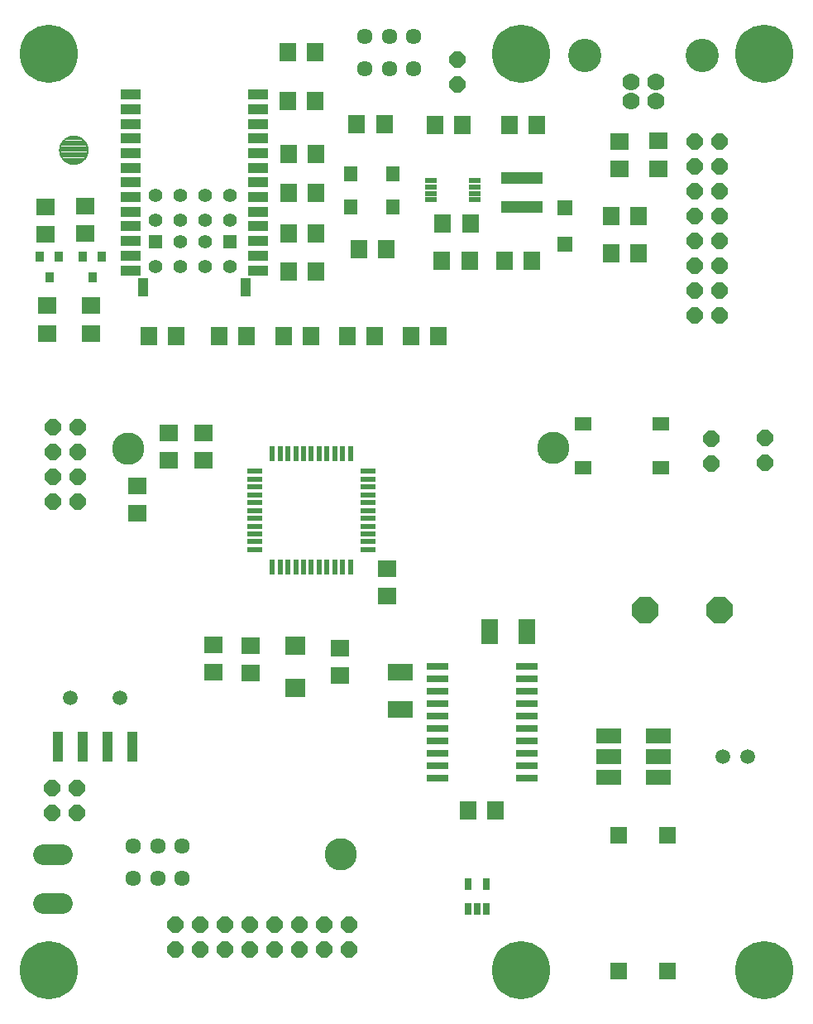
<source format=gts>
G75*
%MOIN*%
%OFA0B0*%
%FSLAX24Y24*%
%IPPOS*%
%LPD*%
%AMOC8*
5,1,8,0,0,1.08239X$1,22.5*
%
%ADD10C,0.1300*%
%ADD11R,0.0257X0.0512*%
%ADD12R,0.0650X0.0552*%
%ADD13OC8,0.0640*%
%ADD14R,0.0749X0.0670*%
%ADD15R,0.0840X0.0740*%
%ADD16R,0.0750X0.0670*%
%ADD17R,0.0670X0.0749*%
%ADD18R,0.0906X0.0276*%
%ADD19R,0.0670X0.0750*%
%ADD20R,0.0650X0.0670*%
%ADD21R,0.0709X0.1024*%
%ADD22R,0.1024X0.0709*%
%ADD23OC8,0.1040*%
%ADD24C,0.0700*%
%ADD25C,0.1340*%
%ADD26C,0.2340*%
%ADD27C,0.0634*%
%ADD28C,0.0080*%
%ADD29R,0.1040X0.0631*%
%ADD30C,0.0591*%
%ADD31R,0.0434X0.1221*%
%ADD32C,0.0820*%
%ADD33R,0.0355X0.0394*%
%ADD34R,0.0555X0.0555*%
%ADD35C,0.0555*%
%ADD36R,0.0473X0.0197*%
%ADD37R,0.0540X0.0619*%
%ADD38R,0.1650X0.0490*%
%ADD39R,0.0827X0.0434*%
%ADD40R,0.0434X0.0749*%
%ADD41R,0.0631X0.0237*%
%ADD42R,0.0237X0.0631*%
%ADD43R,0.0591X0.0591*%
D10*
X013572Y006485D03*
X005028Y022824D03*
X022154Y022863D03*
D11*
X019465Y005296D03*
X018717Y005296D03*
X018717Y004272D03*
X019091Y004272D03*
X019465Y004272D03*
D12*
X023337Y022036D03*
X023337Y023808D03*
X026467Y023808D03*
X026467Y022036D03*
D13*
X028532Y022206D03*
X028532Y023206D03*
X030698Y023245D03*
X030698Y022245D03*
X028835Y028170D03*
X028835Y029170D03*
X027835Y029170D03*
X027835Y028170D03*
X027835Y030170D03*
X027835Y031170D03*
X027835Y032170D03*
X027835Y033170D03*
X027835Y034170D03*
X027835Y035170D03*
X028835Y035170D03*
X028835Y034170D03*
X028835Y033170D03*
X028835Y032170D03*
X028835Y031170D03*
X028835Y030170D03*
X018296Y037481D03*
X018296Y038481D03*
X002969Y023678D03*
X001969Y023678D03*
X001969Y022678D03*
X001969Y021678D03*
X001969Y020678D03*
X002969Y020678D03*
X002969Y021678D03*
X002969Y022678D03*
X002942Y009150D03*
X002942Y008150D03*
X001957Y008150D03*
X001957Y009150D03*
X006922Y003639D03*
X006922Y002639D03*
X007922Y002639D03*
X007922Y003639D03*
X008922Y003639D03*
X008922Y002639D03*
X009922Y002639D03*
X009922Y003639D03*
X010922Y003639D03*
X010922Y002639D03*
X011922Y002639D03*
X011922Y003639D03*
X012922Y003639D03*
X012922Y002639D03*
X013922Y002639D03*
X013922Y003639D03*
D14*
X013560Y013690D03*
X013560Y014792D03*
X015461Y016879D03*
X015461Y017981D03*
X009938Y014867D03*
X009938Y013765D03*
X008454Y013808D03*
X008454Y014910D03*
X005383Y020217D03*
X005383Y021320D03*
D15*
X011749Y014882D03*
X011749Y013182D03*
D16*
X008060Y022343D03*
X008060Y023462D03*
X006643Y023462D03*
X006643Y022343D03*
X003532Y027461D03*
X003532Y028580D03*
X001761Y028580D03*
X001761Y027461D03*
X001682Y031437D03*
X001682Y032557D03*
X003296Y032596D03*
X003296Y031476D03*
X024812Y034079D03*
X024812Y035198D03*
X026387Y035206D03*
X026387Y034087D03*
D17*
X018800Y031872D03*
X017698Y031872D03*
X017666Y030383D03*
X018769Y030383D03*
X017509Y027351D03*
X016406Y027351D03*
X014950Y027351D03*
X013847Y027351D03*
X012391Y027351D03*
X011288Y027351D03*
X009792Y027351D03*
X008690Y027351D03*
X006957Y027351D03*
X005855Y027351D03*
X011485Y031485D03*
X012587Y031485D03*
X012587Y033099D03*
X011485Y033099D03*
X017391Y035855D03*
X018493Y035855D03*
X018729Y008257D03*
X019831Y008257D03*
D18*
X021091Y009550D03*
X021091Y010050D03*
X021091Y010550D03*
X021091Y011050D03*
X021091Y011550D03*
X021091Y012050D03*
X021091Y012550D03*
X021091Y013050D03*
X021091Y013550D03*
X021091Y014050D03*
X017469Y014050D03*
X017469Y013550D03*
X017469Y013050D03*
X017469Y012550D03*
X017469Y012050D03*
X017469Y011550D03*
X017469Y011050D03*
X017469Y010550D03*
X017469Y010050D03*
X017469Y009550D03*
D19*
X012596Y029950D03*
X011476Y029950D03*
X014311Y030855D03*
X015431Y030855D03*
X012596Y034674D03*
X011476Y034674D03*
X011437Y036800D03*
X012557Y036800D03*
X014232Y035894D03*
X015352Y035894D03*
X012557Y038769D03*
X011437Y038769D03*
X020374Y035855D03*
X021494Y035855D03*
X024469Y032194D03*
X025588Y032194D03*
X025588Y030698D03*
X024469Y030698D03*
X021297Y030383D03*
X020177Y030383D03*
D20*
X024792Y007263D03*
X026761Y007263D03*
X026761Y001770D03*
X024792Y001770D03*
D21*
X021091Y015461D03*
X019595Y015461D03*
D22*
X015973Y013808D03*
X015973Y012312D03*
D23*
X025851Y016328D03*
X028851Y016328D03*
D24*
X026269Y036807D03*
X026269Y037587D03*
X025284Y037587D03*
X025284Y036807D03*
D25*
X023406Y038657D03*
X028146Y038657D03*
D26*
X001800Y001800D03*
X020855Y001800D03*
X030658Y001800D03*
X030658Y038729D03*
X020855Y038729D03*
X001800Y038729D03*
D27*
X014556Y038119D03*
X015540Y038119D03*
X016524Y038119D03*
X016524Y039418D03*
X015540Y039419D03*
X014556Y039418D03*
X007194Y006820D03*
X006209Y006820D03*
X005225Y006820D03*
X005225Y005520D03*
X006209Y005520D03*
X007194Y005520D03*
D28*
X002921Y034278D02*
X002824Y034269D01*
X002726Y034278D01*
X002631Y034303D01*
X002542Y034344D01*
X002462Y034401D01*
X002393Y034470D01*
X002336Y034550D01*
X002295Y034639D01*
X002270Y034734D01*
X002261Y034831D01*
X002270Y034929D01*
X002295Y035024D01*
X002336Y035113D01*
X002393Y035193D01*
X002462Y035262D01*
X002542Y035319D01*
X002631Y035360D01*
X002726Y035385D01*
X002824Y035394D01*
X002921Y035385D01*
X003016Y035360D01*
X003105Y035319D01*
X003185Y035262D01*
X003255Y035193D01*
X003311Y035113D01*
X003352Y035024D01*
X003378Y034929D01*
X003386Y034831D01*
X003378Y034734D01*
X003352Y034639D01*
X003311Y034550D01*
X003255Y034470D01*
X003185Y034401D01*
X003105Y034344D01*
X003016Y034303D01*
X002921Y034278D01*
X003084Y034335D02*
X002563Y034335D01*
X002450Y034413D02*
X003198Y034413D01*
X003270Y034492D02*
X002378Y034492D01*
X002327Y034570D02*
X003320Y034570D01*
X003355Y034649D02*
X002292Y034649D01*
X002271Y034727D02*
X003376Y034727D01*
X003384Y034806D02*
X002263Y034806D01*
X002266Y034884D02*
X003382Y034884D01*
X003369Y034963D02*
X002279Y034963D01*
X002303Y035041D02*
X003344Y035041D01*
X003306Y035120D02*
X002341Y035120D01*
X002398Y035198D02*
X003249Y035198D01*
X003165Y035277D02*
X002482Y035277D01*
X002621Y035355D02*
X003027Y035355D01*
D29*
X024398Y011249D03*
X024398Y010422D03*
X024398Y009595D03*
X026367Y009595D03*
X026367Y010422D03*
X026367Y011249D03*
D30*
X028977Y010422D03*
X029977Y010422D03*
X004690Y012784D03*
X002690Y012784D03*
D31*
X003190Y010816D03*
X004190Y010816D03*
X005190Y010816D03*
X002190Y010816D03*
D32*
X002347Y006491D02*
X001567Y006491D01*
X001567Y004511D02*
X002347Y004511D01*
D33*
X001839Y029713D03*
X001465Y030540D03*
X002213Y030540D03*
X003198Y030540D03*
X003572Y029713D03*
X003946Y030540D03*
D34*
X006121Y031155D03*
X009121Y031155D03*
D35*
X009111Y032017D03*
X009111Y033017D03*
X008111Y033017D03*
X007111Y033017D03*
X006111Y033017D03*
X006111Y032017D03*
X007111Y032017D03*
X007121Y031155D03*
X007121Y030155D03*
X006121Y030155D03*
X008111Y032017D03*
X008121Y031155D03*
X008121Y030155D03*
X009121Y030155D03*
D36*
X017213Y032833D03*
X017213Y033089D03*
X017213Y033345D03*
X017213Y033601D03*
X018985Y033601D03*
X018985Y033345D03*
X018985Y033089D03*
X018985Y032833D03*
D37*
X015678Y032548D03*
X015678Y033887D03*
X013985Y033887D03*
X013985Y032548D03*
D38*
X020894Y032559D03*
X020894Y033719D03*
D39*
X010245Y033536D03*
X010245Y032946D03*
X010245Y032355D03*
X010245Y031765D03*
X010245Y031174D03*
X010245Y030583D03*
X010245Y029993D03*
X010245Y034127D03*
X010245Y034717D03*
X010245Y035308D03*
X010245Y035898D03*
X010245Y036489D03*
X010245Y037080D03*
X005127Y037080D03*
X005127Y036489D03*
X005127Y035898D03*
X005127Y035308D03*
X005127Y034717D03*
X005127Y034127D03*
X005127Y033536D03*
X005127Y032946D03*
X005127Y032355D03*
X005127Y031765D03*
X005127Y031174D03*
X005127Y030583D03*
X005127Y029993D03*
D40*
X005619Y029304D03*
X009753Y029304D03*
D41*
X010115Y021902D03*
X010115Y021587D03*
X010115Y021272D03*
X010115Y020957D03*
X010115Y020643D03*
X010115Y020328D03*
X010115Y020013D03*
X010115Y019698D03*
X010115Y019383D03*
X010115Y019068D03*
X010115Y018753D03*
X014682Y018753D03*
X014682Y019068D03*
X014682Y019383D03*
X014682Y019698D03*
X014682Y020013D03*
X014682Y020328D03*
X014682Y020643D03*
X014682Y020957D03*
X014682Y021272D03*
X014682Y021587D03*
X014682Y021902D03*
D42*
X013973Y022611D03*
X013658Y022611D03*
X013343Y022611D03*
X013028Y022611D03*
X012713Y022611D03*
X012398Y022611D03*
X012083Y022611D03*
X011769Y022611D03*
X011454Y022611D03*
X011139Y022611D03*
X010824Y022611D03*
X010824Y018044D03*
X011139Y018044D03*
X011454Y018044D03*
X011769Y018044D03*
X012083Y018044D03*
X012398Y018044D03*
X012713Y018044D03*
X013028Y018044D03*
X013343Y018044D03*
X013658Y018044D03*
X013973Y018044D03*
D43*
X022627Y031032D03*
X022627Y032528D03*
M02*

</source>
